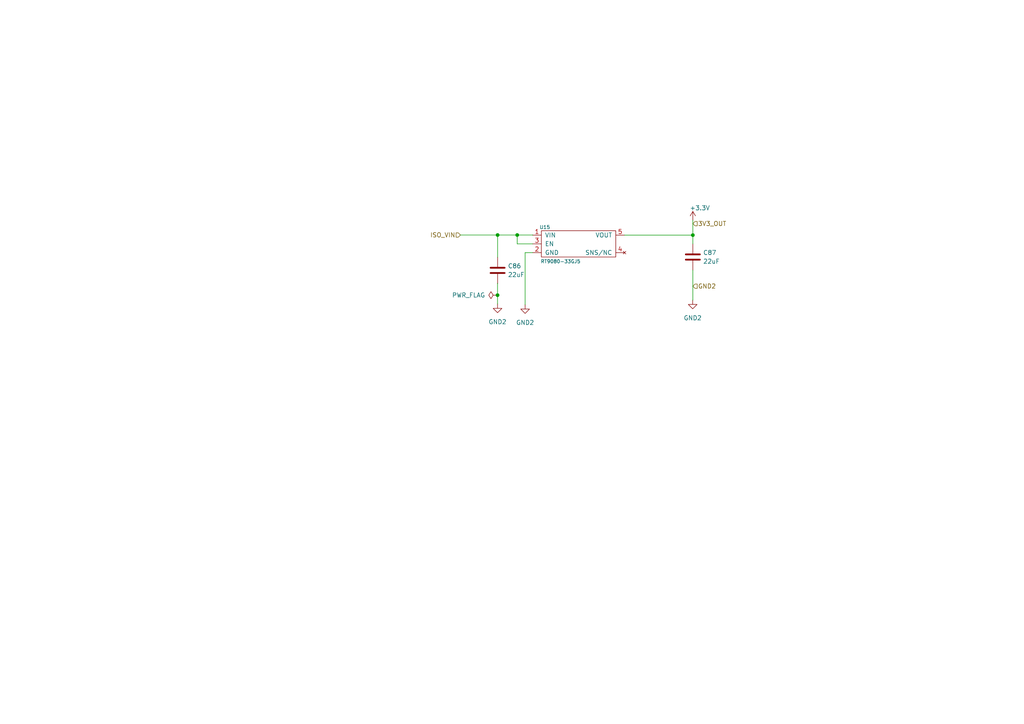
<source format=kicad_sch>
(kicad_sch (version 20231120) (generator "eeschema") (generator_version "8.0")
  (paper "A4")
  (title_block (title "packetRFMS") (date "2024-03-21") (rev "PCB_00132_6A_2124") (company "Packetworx Inc."))
  (lib_symbols
    (symbol "Device:C" (pin_numbers hide) (pin_names (offset 0.254))
      (property "Reference" "C" (at 0.635 2.54 0))
      (property "Value" "C" (at 0.635 -2.54 0))
      (symbol "C_0_1"
        (polyline (pts (xy -2.032 -0.762) (xy 2.032 -0.762)) (stroke (width 0.508)))
        (polyline (pts (xy -2.032 0.762) (xy 2.032 0.762)) (stroke (width 0.508)))
      )
      (symbol "C_1_1"
        (pin passive line (at 0 3.81 270) (length 2.794) (name "~") (number "1"))
        (pin passive line (at 0 -3.81 90) (length 2.794) (name "~") (number "2"))
      )
    )
    (symbol "Packetworx_Symbols:RT9080" (pin_names (offset 1.016))
      (property "Reference" "U3" (at 1.016 1.016 0))
      (property "Value" "RT9080-33GJ5" (at 5.588 -8.89 0))
      (symbol "RT9080_0_1"
        (rectangle (start 21.59 -7.62) (end 0 0))
      )
      (symbol "RT9080_1_1"
        (pin bidirectional line (at -2.54 -1.27 0) (length 2.54) (name "VIN") (number "1"))
        (pin input line (at -2.54 -6.35 0) (length 2.54) (name "GND") (number "2"))
        (pin input line (at -2.54 -3.81 0) (length 2.54) (name "EN") (number "3"))
        (pin no_connect line (at 24.13 -6.35 180) (length 2.54) (name "SNS/NC") (number "4"))
        (pin power_out line (at 24.13 -1.27 180) (length 2.54) (name "VOUT") (number "5"))
      )
    )
    (symbol "power:+3.3V" (power) (pin_names (offset 0))
      (property "Value" "+3.3V" (at 0 3.556 0))
      (symbol "+3.3V_0_1"
        (polyline (pts (xy -0.762 1.27) (xy 0 2.54)))
        (polyline (pts (xy 0 0) (xy 0 2.54)))
        (polyline (pts (xy 0 2.54) (xy 0.762 1.27)))
      )
      (symbol "+3.3V_1_1"
        (pin power_in line (at 0 0 90) (length 0) hide (name "+3V3") (number "1"))
      )
    )
    (symbol "power:GND2" (power) (pin_names (offset 0))
      (property "Value" "GND2" (at 0 -3.81 0))
      (symbol "GND2_0_1"
        (polyline (pts (xy 0 0) (xy 0 -1.27) (xy 1.27 -1.27) (xy 0 -2.54) (xy -1.27 -1.27) (xy 0 -1.27)))
      )
      (symbol "GND2_1_1"
        (pin power_in line (at 0 0 270) (length 0) hide (name "GND2") (number "1"))
      )
    )
    (symbol "power:PWR_FLAG" (power) (pin_numbers hide) (pin_names (offset 0) hide)
      (property "Value" "PWR_FLAG" (at 0 3.81 0))
      (symbol "PWR_FLAG_0_0"
        (pin power_out line (at 0 0 90) (length 0) (name "pwr") (number "1"))
      )
      (symbol "PWR_FLAG_0_1"
        (polyline (pts (xy 0 0) (xy 0 1.27) (xy -1.016 1.905) (xy 0 2.54) (xy 1.016 1.905) (xy 0 1.27)))
      )
    )
  )
  (junction (at 200.9532 68.1953))
  (junction (at 150.0112 68.1644))
  (junction (at 144.3047 85.6097))
  (junction (at 144.3255 68.1644))
  (wire (pts (xy 200.908 87.0316) (xy 200.9532 87.0316)))
  (wire (pts (xy 154.4712 70.7353) (xy 150.0112 70.7353)))
  (wire (pts (xy 144.3047 82.2317) (xy 144.3255 82.2317)))
  (wire (pts (xy 200.9532 68.1953) (xy 200.9532 70.7353)))
  (wire (pts (xy 144.3047 85.6097) (xy 144.3047 82.2317)))
  (wire (pts (xy 154.4712 73.2753) (xy 152.3049 73.2753)))
  (wire (pts (xy 150.0112 68.1644) (xy 154.4712 68.1644)))
  (wire (pts (xy 200.9532 87.0316) (xy 200.9532 78.3553)))
  (wire (pts (xy 200.9532 63.8773) (xy 200.9532 68.1953)))
  (wire (pts (xy 150.0112 70.7353) (xy 150.0112 68.1644)))
  (wire (pts (xy 133.545 68.1644) (xy 144.3255 68.1644)))
  (wire (pts (xy 144.3047 88.1641) (xy 144.3047 85.6097)))
  (wire (pts (xy 152.3049 73.2753) (xy 152.3049 88.3662)))
  (wire (pts (xy 144.3255 68.1644) (xy 150.0112 68.1644)))
  (wire (pts (xy 181.1412 68.1953) (xy 200.9532 68.1953)))
  (wire (pts (xy 154.4712 68.1644) (xy 154.4712 68.1953)))
  (wire (pts (xy 144.3255 74.6117) (xy 144.3255 68.1644)))
  (hierarchical_label "ISO_VIN" (shape input) (at 133.545 68.1644 180))
  (hierarchical_label "GND2" (shape input) (at 200.9532 83.0113 0) (property "Intersheetrefs" "${INTERSHEET_REFS}" (effects (hide yes))))
  (hierarchical_label "3V3_OUT" (shape input) (at 200.9532 64.8658 0))
  (symbol (lib_id "power:GND2") (at 144.3047 88.1641 0) (unit 1)
    (property "Reference" "#PWR0185" (effects (hide yes)))
    (property "Value" "GND2" (at 144.3047 93.3593 0))
  )
  (symbol (lib_id "power:GND2") (at 152.3049 88.3662 0) (unit 1)
    (property "Reference" "#PWR0186" (effects (hide yes)))
    (property "Value" "GND2" (at 152.3049 93.5614 0))
  )
  (symbol (lib_id "Device:C") (at 200.9532 74.5453 180) (unit 1)
    (property "Reference" "C87" (at 203.908 73.2753 0) (effects (justify right)))
    (property "Value" "22uF" (at 203.908 75.8153 0) (effects (justify right)))
    (property "Footprint" "Capacitor_SMD:C_0805_2012Metric_Pad1.18x1.45mm_HandSolder" (effects (hide yes)))
    (property "LCSC" "C602037" (effects (hide yes)))
    (instances (project "packetRFMS" (path "" (reference "C87") (unit 1))) (project "SNAP-Water-Level-Sensor" (path "" (reference "C37") (unit 1))))
  )
  (symbol (lib_id "Packetworx_Symbols:RT9080") (at 157.0112 66.9253 0) (unit 1)
    (property "Reference" "U15" (at 158.0272 65.9093 0) (effects (font (size 1 1))))
    (property "Value" "RT9080-33GJ5" (at 162.5992 75.8153 0) (effects (font (size 1 1))))
    (property "Footprint" "Package_TO_SOT_SMD:TSOT-23-5" (effects (hide yes)))
    (property "LCSC" "C841192" (effects (hide yes)))
    (instances (project "packetRFMS" (path "" (reference "U15") (unit 1))) (project "SNAP" (path "" (reference "U4") (unit 1))) (project "SNAP-Water-Level-Sensor" (path "" (reference "U5") (unit 1))))
  )
  (symbol (lib_id "power:+3.3V") (at 200.9532 63.8773 0) (unit 1)
    (property "Reference" "#PWR0188" (effects (hide yes)))
    (property "Value" "+3.3V" (at 202.9852 60.3213 0))
    (instances (project "packetRFMS" (path "" (reference "#PWR0188") (unit 1))) (project "SNAP" (path "" (reference "#PWR028") (unit 1))) (project "SNAP-Water-Level-Sensor" (path "" (reference "#PWR045") (unit 1))))
  )
  (symbol (lib_id "power:PWR_FLAG") (at 144.3047 85.6097 90) (unit 1)
    (property "Reference" "#FLG05" (effects (hide yes)))
    (property "Value" "PWR_FLAG" (at 140.7364 85.6097 90) (effects (justify left)))
  )
  (symbol (lib_id "power:GND2") (at 200.908 87.0316 0) (unit 1)
    (property "Reference" "#PWR0187" (effects (hide yes)))
    (property "Value" "GND2" (at 200.908 92.2268 0))
  )
  (symbol (lib_id "Device:C") (at 144.3255 78.4217 180) (unit 1)
    (property "Reference" "C86" (at 147.2803 77.1517 0) (effects (justify right)))
    (property "Value" "22uF" (at 147.2803 79.6917 0) (effects (justify right)))
    (property "Footprint" "Capacitor_SMD:C_0805_2012Metric_Pad1.18x1.45mm_HandSolder" (effects (hide yes)))
    (property "LCSC" "C602037" (effects (hide yes)))
    (instances (project "packetRFMS" (path "" (reference "C86") (unit 1))) (project "SNAP-Water-Level-Sensor" (path "" (reference "C21") (unit 1))))
  )
)
</source>
